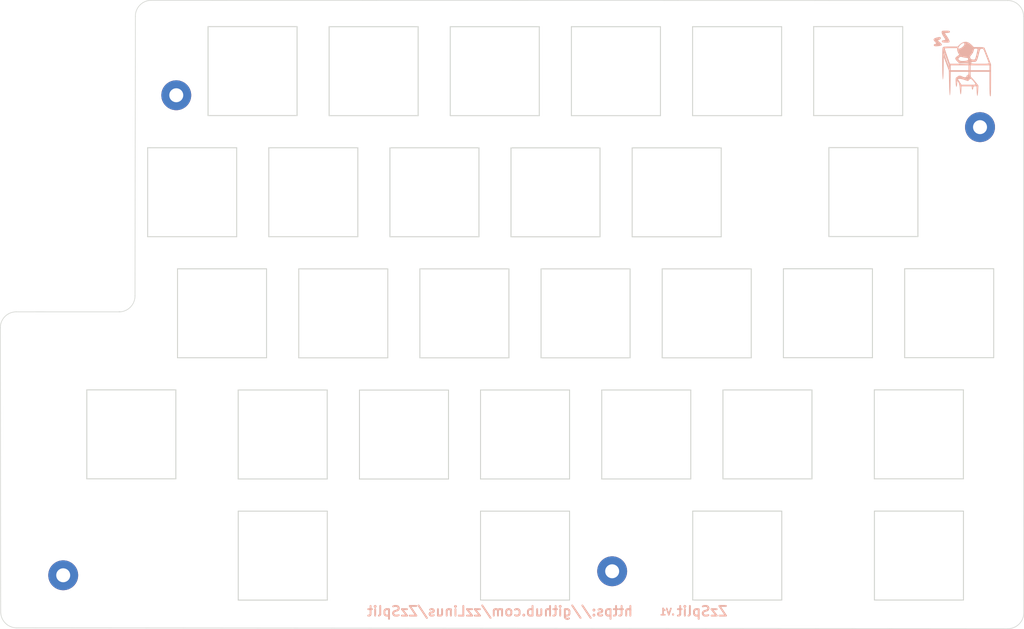
<source format=kicad_pcb>
(kicad_pcb (version 20211014) (generator pcbnew)
  (layers (0 "F.Cu" signal) (31 "B.Cu" signal) (34 "B.Paste" user) (35 "F.Paste" user) (36 "B.SilkS" user "B.Silkscreen") (37 "F.SilkS" user "F.Silkscreen") (38 "B.Mask" user) (39 "F.Mask" user) (44 "Edge.Cuts" user))
  (net 0 "")
  (footprint "SofleKeyboard-footprint:HOLE_M2_TH" (layer "F.Cu") (at 176.015 125.525)
    (fp_text reference "TH5" hide)
    (fp_text value "HOLE" hide)
    (pad "" thru_hole circle locked (at -0.025 -0.075 90) (size 4.7 4.7) (drill 2.2) (layers *.Cu *.Mask "Dwgs.User") (clearance 0.3))
  )
  (footprint "SofleKeyboard-footprint:HOLE_M2_TH" (layer "F.Cu") (at 107.465 50.605)
    (fp_text reference "TH5" hide)
    (fp_text value "HOLE" hide)
    (pad "" thru_hole circle locked (at -0.025 -0.075 90) (size 4.7 4.7) (drill 2.2) (layers *.Cu *.Mask "Dwgs.User") (clearance 0.3))
  )
  (footprint "SofleKeyboard-footprint:HOLE_M2_TH" (layer "F.Cu") (at 89.685 126.155)
    (fp_text reference "TH5" hide)
    (fp_text value "HOLE" hide)
    (pad "" thru_hole circle locked (at -0.025 -0.075 90) (size 4.7 4.7) (drill 2.2) (layers *.Cu *.Mask "Dwgs.User") (clearance 0.3))
  )
  (footprint "SofleKeyboard-footprint:HOLE_M2_TH" (layer "F.Cu") (at 233.865 55.625)
    (fp_text reference "TH5" hide)
    (fp_text value "HOLE" hide)
    (pad "" thru_hole circle locked (at -0.025 -0.075 90) (size 4.7 4.7) (drill 2.2) (layers *.Cu *.Mask "Dwgs.User") (clearance 0.3))
  )
  (footprint "logo:melogo" (layer "B.Cu") (at 231.6 45.57 180)
    (fp_text reference "ZzSplit      https://github.com/zzLinus/ZzSplit" (at 65.81 -86.17 180) (layer "B.SilkS") (effects (font (size 1.524 1.524) (thickness 0.3)) (justify mirror)))
    (fp_text value "LOGO" hide)
    (fp_poly (pts (xy 3.455836 5.204695) (xy 3.646913 5.188828) (xy 3.743141 5.145973) (xy 3.781761 5.062703) (xy 3.795033 4.968198) (xy 3.762767 4.733185) (xy 3.611161 4.42931) (xy 3.519867 4.290131) (xy 3.362275 4.052856) (xy 3.252843 3.871924) (xy 3.217334 3.793464) (xy 3.291434 3.747233) (xy 3.471898 3.711678) (xy 3.4925 3.709531) (xy 3.691798 3.663059) (xy 3.764529 3.557851) (xy 3.767667 3.513666) (xy 3.748606 3.421135) (xy 3.666753 3.366263) (xy 3.485099 3.33609) (xy 3.213746 3.319699) (xy 2.921156 3.315601) (xy 2.699055 3.329017) (xy 2.599912 3.354977) (xy 2.544407 3.477504) (xy 2.57921 3.663618) (xy 2.711955 3.935458) (xy 2.910003 4.25428) (xy 3.280006 4.81762) (xy 2.888836 4.842977) (xy 2.644975 4.87089) (xy 2.528522 4.926809) (xy 2.497709 5.031525) (xy 2.497667 5.037666) (xy 2.512665 5.124245) (xy 2.581053 5.175043) (xy 2.737921 5.199421) (xy 3.018363 5.206734) (xy 3.132667 5.207)) (layer "B.SilkS") (width 0) (fill solid))
    (fp_poly (pts (xy 0.304961 3.434152) (xy 0.700635 3.242919) (xy 0.939954 3.039379) (xy 1.27 2.709333) (xy 2.410021 2.709333) (xy 2.872488 2.707462) (xy 3.194293 2.699266) (xy 3.404089 2.680869) (xy 3.530532 2.648398) (xy 3.602273 2.597975) (xy 3.638991 2.54313) (xy 3.663394 2.415885) (xy 3.682485 2.152403) (xy 3.696467 1.778) (xy 3.705544 1.317991) (xy 3.709922 0.797692) (xy 3.709803 0.242418) (xy 3.705393 -0.322514) (xy 3.696895 -0.871789) (xy 3.684514 -1.380091) (xy 3.668453 -1.822105) (xy 3.648918 -2.172515) (xy 3.626112 -2.406005) (xy 3.600239 -2.49726) (xy 3.598334 -2.497667) (xy 3.567225 -2.414946) (xy 3.539707 -2.174519) (xy 3.516503 -1.787989) (xy 3.498338 -1.266959) (xy 3.487293 -0.719667) (xy 3.460918 1.058333) (xy 3.06617 0) (xy 2.671422 -1.058334) (xy 2.626878 -3.02708) (xy 2.606005 -3.751089) (xy 2.580765 -4.311238) (xy 2.552538 -4.706912) (xy 2.522701 -4.937497) (xy 2.492634 -5.002374) (xy 2.463715 -4.900931) (xy 2.437321 -4.632549) (xy 2.414833 -4.196615) (xy 2.397628 -3.592512) (xy 2.390214 -3.132771) (xy 2.367427 -1.27) (xy -0.423333 -1.27) (xy -0.423333 -1.514125) (xy -0.38143 -1.715205) (xy -0.243003 -1.805408) (xy -0.110924 -1.889682) (xy -0.113346 -1.984616) (xy -0.085115 -2.075544) (xy 0.053282 -2.11746) (xy 0.249743 -2.109762) (xy 0.452169 -2.051846) (xy 0.555318 -1.99236) (xy 0.767488 -1.894455) (xy 1.002559 -1.870437) (xy 1.19089 -1.922071) (xy 1.244626 -1.974885) (xy 1.378989 -2.099862) (xy 1.463817 -2.142834) (xy 1.536811 -2.18963) (xy 1.579461 -2.286911) (xy 1.597286 -2.469359) (xy 1.595805 -2.771654) (xy 1.590817 -2.940782) (xy 1.566131 -3.321877) (xy 1.526087 -3.561565) (xy 1.477186 -3.653935) (xy 1.425931 -3.593076) (xy 1.378826 -3.373076) (xy 1.354667 -3.155443) (xy 1.312334 -2.667) (xy 1.143 -2.963334) (xy 1.043666 -3.20094) (xy 0.976885 -3.525855) (xy 0.935172 -3.976284) (xy 0.931334 -4.043582) (xy 0.898119 -4.454037) (xy 0.854546 -4.717403) (xy 0.806533 -4.829457) (xy 0.760002 -4.785977) (xy 0.720873 -4.582742) (xy 0.695066 -4.215529) (xy 0.694939 -4.212167) (xy 0.670211 -3.556) (xy -0.920604 -3.556) (xy -0.947135 -3.831167) (xy -0.988026 -4.0186) (xy -1.051977 -4.105578) (xy -1.058333 -4.106334) (xy -1.123155 -4.032173) (xy -1.16733 -3.851586) (xy -1.169531 -3.831167) (xy -1.208126 -3.640151) (xy -1.306795 -3.566125) (xy -1.44152 -3.556) (xy -1.686979 -3.556) (xy -1.711323 -4.318469) (xy -1.731281 -4.668434) (xy -1.763497 -4.929355) (xy -1.803201 -5.067852) (xy -1.820333 -5.081499) (xy -1.86142 -5.002656) (xy -1.90089 -4.787747) (xy -1.933633 -4.470007) (xy -1.947333 -4.25553) (xy -1.989666 -3.429) (xy -1.817356 -3.214764) (xy -1.513681 -3.214764) (xy -1.442627 -3.274122) (xy -1.248135 -3.298814) (xy -0.91453 -3.303297) (xy -0.472949 -3.302) (xy 0.67237 -3.302) (xy 0.957256 -2.8575) (xy 1.242141 -2.413) (xy 0.992883 -2.385784) (xy 0.784726 -2.399807) (xy 0.487187 -2.463238) (xy 0.193192 -2.552887) (xy -0.35724 -2.747206) (xy -0.509691 -2.558936) (xy -0.670402 -2.409188) (xy -0.823969 -2.395238) (xy -1.001319 -2.523201) (xy -1.143 -2.684138) (xy -1.348191 -2.934229) (xy -1.476977 -3.106285) (xy -1.513681 -3.214764) (xy -1.817356 -3.214764) (xy -1.4898 -2.807508) (xy -1.259697 -2.53134) (xy -1.058681 -2.308018) (xy -0.91647 -2.16975) (xy -0.875967 -2.142283) (xy -0.796667 -2.023758) (xy -0.762974 -1.754558) (xy -0.762 -1.684275) (xy -0.762 -1.27) (xy -3.725333 -1.27) (xy -3.725333 -3.170003) (xy -3.727996 -3.83522) (xy -3.737003 -4.345963) (xy -3.753881 -4.717026) (xy -3.780157 -4.9632) (xy -3.817359 -5.099278) (xy -3.867012 -5.140052) (xy -3.925191 -5.105921) (xy -3.938977 -5.010579) (xy -3.951469 -4.767524) (xy -3.962203 -4.398373) (xy -3.970714 -3.924744) (xy -3.976538 -3.368255) (xy -3.979212 -2.750522) (xy -3.979333 -2.584793) (xy -3.979333 -1.016) (xy -3.725333 -1.016) (xy -0.762 -1.016) (xy -0.423333 -1.016) (xy 2.370667 -1.016) (xy 2.370667 -0.374555) (xy 2.624667 -0.374555) (xy 2.637044 -0.423976) (xy 2.677875 -0.369297) (xy 2.75271 -0.197333) (xy 2.867099 0.105098) (xy 3.026591 0.551178) (xy 3.087543 0.724935) (xy 3.228164 1.135563) (xy 3.342572 1.485973) (xy 3.421665 1.746958) (xy 3.456338 1.889309) (xy 3.455782 1.90644) (xy 3.42023 1.842009) (xy 3.341683 1.651434) (xy 3.232488 1.368605) (xy 3.104994 1.027411) (xy 2.971549 0.661741) (xy 2.844502 0.305486) (xy 2.736199 -0.007465) (xy 2.658991 -0.243222) (xy 2.625225 -0.367895) (xy 2.624667 -0.374555) (xy 2.370667 -0.374555) (xy 2.370667 -0.254) (xy -0.423333 -0.254) (xy -0.423333 -1.016) (xy -0.762 -1.016) (xy -0.762 -0.254) (xy -3.725333 -0.254) (xy -3.725333 -1.016) (xy -3.979333 -1.016) (xy -3.979333 -0.117808) (xy -3.896931 0.093574) (xy -3.614333 0.093574) (xy -3.578919 0.054278) (xy -3.477168 0.027789) (xy -3.286344 0.011619) (xy -2.98371 0.003277) (xy -2.546529 0.000276) (xy -2.252725 0) (xy -1.72019 0.00239) (xy -1.335614 0.010752) (xy -1.077673 0.026875) (xy -0.925045 0.052548) (xy -0.887358 0.072869) (xy -0.508 0.072869) (xy -0.427822 0.049468) (xy -0.205224 0.029252) (xy 0.132892 0.013513) (xy 0.559623 0.003546) (xy 0.994834 0.000579) (xy 2.497667 0.001159) (xy 2.900236 1.164746) (xy 3.043073 1.581835) (xy 3.163549 1.941692) (xy 3.251795 2.214208) (xy 3.297942 2.369272) (xy 3.302403 2.391833) (xy 3.223149 2.416834) (xy 3.00802 2.437201) (xy 2.690452 2.450754) (xy 2.328334 2.455333) (xy 1.354667 2.455333) (xy 1.354667 2.221179) (xy 1.313999 1.988159) (xy 1.214491 1.726878) (xy 1.198513 1.695859) (xy 1.04236 1.404694) (xy 1.296402 1.231514) (xy 1.551623 1.034267) (xy 1.657776 0.867686) (xy 1.619708 0.691832) (xy 1.442261 0.466766) (xy 1.395174 0.4172) (xy 1.058334 0.067981) (xy 0.275167 0.106859) (xy -0.065105 0.116468) (xy -0.330707 0.110109) (xy -0.484507 0.089394) (xy -0.508 0.072869) (xy -0.887358 0.072869) (xy -0.856406 0.089558) (xy -0.846666 0.117941) (xy -0.917684 0.252362) (xy -1.114788 0.299034) (xy -1.275366 0.282667) (xy -1.466712 0.276512) (xy -1.62082 0.351812) (xy -1.751359 0.528926) (xy -1.798283 0.645332) (xy -0.36168 0.645332) (xy -0.289556 0.544187) (xy -0.169333 0.49909) (xy 0.041569 0.462424) (xy 0.332789 0.437121) (xy 0.473711 0.431773) (xy 0.771943 0.445274) (xy 0.962218 0.510997) (xy 1.061038 0.595655) (xy 1.162315 0.724993) (xy 1.151523 0.821161) (xy 1.035992 0.948971) (xy 0.900437 1.060929) (xy 0.762297 1.086535) (xy 0.547085 1.03766) (xy 0.523509 1.030649) (xy 0.234229 0.964387) (xy -0.04094 0.931978) (xy -0.073323 0.931333) (xy -0.260839 0.907544) (xy -0.350672 0.849964) (xy -0.351366 0.846666) (xy -0.36168 0.645332) (xy -1.798283 0.645332) (xy -1.872003 0.828214) (xy -1.996423 1.270039) (xy -2.03007 1.406601) (xy -2.128447 1.806642) (xy -2.202591 2.071116) (xy -2.267183 2.229254) (xy -2.328958 2.301056) (xy -1.847393 2.301056) (xy -1.827329 2.156766) (xy -1.82542 2.149122) (xy -1.768719 1.895866) (xy -1.723814 1.662289) (xy -1.668779 1.412496) (xy -1.586859 1.109106) (xy -1.558072 1.01381) (xy -1.478422 0.783094) (xy -1.397022 0.675178) (xy -1.263996 0.650513) (xy -1.113841 0.661566) (xy -0.87857 0.709973) (xy -0.75223 0.82012) (xy -0.712175 0.908093) (xy -0.682475 1.063094) (xy -0.736631 1.208126) (xy -0.897123 1.400695) (xy -0.910122 1.414485) (xy -1.143781 1.750504) (xy -1.238444 2.037982) (xy -1.284848 2.252365) (xy -1.365057 2.346911) (xy -1.529927 2.370255) (xy -1.586333 2.370666) (xy -1.780797 2.359628) (xy -1.847393 2.301056) (xy -2.328958 2.301056) (xy -2.336904 2.310292) (xy -2.426437 2.34346) (xy -2.505648 2.353541) (xy -2.610148 2.358692) (xy -2.692607 2.333679) (xy -2.768762 2.253916) (xy -2.85435 2.09482) (xy -2.965107 1.831805) (xy -3.116772 1.440289) (xy -3.156017 1.337541) (xy -3.309093 0.935815) (xy -3.443334 0.582114) (xy -3.545504 0.31141) (xy -3.602367 0.158677) (xy -3.606148 0.148166) (xy -3.614333 0.093574) (xy -3.896931 0.093574) (xy -3.480292 1.162352) (xy -3.308222 1.600596) (xy -3.154669 1.985778) (xy -3.031301 2.289083) (xy -2.949787 2.481696) (xy -2.924962 2.533589) (xy -2.814607 2.577493) (xy -2.563264 2.608501) (xy -2.198987 2.623651) (xy -2.061784 2.624666) (xy -1.254896 2.624667) (xy -0.889871 3.00025) (xy -0.811586 3.062639) (xy 0.218748 3.062639) (xy 0.284733 2.901099) (xy 0.412827 2.736002) (xy 0.602418 2.57981) (xy 0.813875 2.453079) (xy 1.007569 2.376362) (xy 1.143869 2.370213) (xy 1.185017 2.434166) (xy 1.124667 2.605772) (xy 0.974981 2.824236) (xy 0.781069 3.033471) (xy 0.588044 3.177388) (xy 0.586683 3.178094) (xy 0.350894 3.261255) (xy 0.224903 3.2197) (xy 0.218748 3.062639) (xy -0.811586 3.062639) (xy -0.497871 3.312655) (xy -0.097068 3.457344)) (layer "B.SilkS") (width 0) (fill solid))
    (fp_poly (pts (xy 4.252698 4.195565) (xy 4.544558 4.134646) (xy 4.879146 4.022368) (xy 5.048686 3.884727) (xy 5.056409 3.715205) (xy 4.905549 3.507283) (xy 4.871855 3.474641) (xy 4.70334 3.294272) (xy 4.673693 3.186457) (xy 4.781384 3.129078) (xy 4.847167 3.117388) (xy 5.00645 3.033278) (xy 5.037667 2.921) (xy 4.988988 2.804631) (xy 4.830969 2.745613) (xy 4.54564 2.741166) (xy 4.149424 2.78369) (xy 3.874383 2.850876) (xy 3.758868 2.958848) (xy 3.802051 3.114705) (xy 4.003098 3.325546) (xy 4.078643 3.388253) (xy 4.279557 3.554462) (xy 4.361036 3.646537) (xy 4.337248 3.694381) (xy 4.237835 3.72427) (xy 4.034359 3.820999) (xy 3.919651 3.967846) (xy 3.924373 4.118103) (xy 3.953794 4.156994) (xy 4.059995 4.204553)) (layer "B.SilkS") (width 0) (fill solid))
  )
  (gr_line (start 174.08 58.81) (end 174.08 72.81) (layer "Edge.Cuts") (width 0.15))
  (gr_line (start 117.18 96.92) (end 131.18 96.92) (layer "Edge.Cuts") (width 0.15))
  (gr_line (start 117.18 110.92) (end 131.18 110.92) (layer "Edge.Cuts") (width 0.15))
  (gr_line (start 145.48 39.74) (end 145.48 53.74) (layer "Edge.Cuts") (width 0.15))
  (gr_line (start 193.41 110.91) (end 193.41 96.91) (layer "Edge.Cuts") (width 0.15))
  (gr_line (start 160.08 58.81) (end 174.08 58.81) (layer "Edge.Cuts") (width 0.15))
  (gr_line (start 135.99 58.79) (end 135.99 72.79) (layer "Edge.Cuts") (width 0.15))
  (gr_line (start 221.99 91.83) (end 235.99 91.83) (layer "Edge.Cuts") (width 0.15))
  (gr_line (start 117.18 110.92) (end 117.18 96.92) (layer "Edge.Cuts") (width 0.15))
  (gr_line (start 93.37 110.9) (end 93.37 96.9) (layer "Edge.Cuts") (width 0.15))
  (gr_line (start 150.53 39.74) (end 164.53 39.74) (layer "Edge.Cuts") (width 0.15))
  (gr_line (start 216.92 77.84) (end 216.92 91.84) (layer "Edge.Cuts") (width 0.15))
  (gr_line (start 131.19 115.99) (end 131.19 129.99) (layer "Edge.Cuts") (width 0.15))
  (gr_line (start 224.07 58.77) (end 224.07 72.77) (layer "Edge.Cuts") (width 0.15))
  (gr_line (start 221.99 77.83) (end 235.99 77.83) (layer "Edge.Cuts") (width 0.15))
  (gr_line (start 155.04 58.8) (end 155.04 72.8) (layer "Edge.Cuts") (width 0.15))
  (gr_line (start 160.08 72.81) (end 160.08 58.81) (layer "Edge.Cuts") (width 0.15))
  (gr_line (start 141.04 72.8) (end 141.04 58.8) (layer "Edge.Cuts") (width 0.15))
  (gr_line (start 121.99 58.79) (end 135.99 58.79) (layer "Edge.Cuts") (width 0.15))
  (gr_arc (start 100.951293 82.115759) (mid 100.212564 83.894159) (end 98.431213 84.625739) (layer "Edge.Cuts") (width 0.1))
  (gr_line (start 179.14 72.81) (end 179.14 58.81) (layer "Edge.Cuts") (width 0.15))
  (gr_arc (start 240.724 131.98) (mid 239.985271 133.758398) (end 238.20392 134.48998) (layer "Edge.Cuts") (width 0.1))
  (gr_line (start 202.92 91.84) (end 216.92 91.84) (layer "Edge.Cuts") (width 0.15))
  (gr_line (start 107.37 96.9) (end 107.37 110.9) (layer "Edge.Cuts") (width 0.15))
  (gr_line (start 126.7 77.86) (end 140.7 77.86) (layer "Edge.Cuts") (width 0.15))
  (gr_line (start 188.66 129.98) (end 202.66 129.98) (layer "Edge.Cuts") (width 0.15))
  (gr_line (start 155.29 96.92) (end 169.29 96.92) (layer "Edge.Cuts") (width 0.15))
  (gr_line (start 121.99 72.79) (end 121.99 58.79) (layer "Edge.Cuts") (width 0.15))
  (gr_line (start 169.58 53.74) (end 169.58 39.74) (layer "Edge.Cuts") (width 0.15))
  (gr_line (start 126.7 91.86) (end 140.7 91.86) (layer "Edge.Cuts") (width 0.15))
  (gr_line (start 136.25 110.93) (end 136.25 96.93) (layer "Edge.Cuts") (width 0.15))
  (gr_line (start 217.22 96.9) (end 231.22 96.9) (layer "Edge.Cuts") (width 0.15))
  (gr_line (start 141.04 72.8) (end 155.04 72.8) (layer "Edge.Cuts") (width 0.15))
  (gr_line (start 202.66 115.98) (end 202.66 129.98) (layer "Edge.Cuts") (width 0.15))
  (gr_line (start 164.81 91.86) (end 178.81 91.86) (layer "Edge.Cuts") (width 0.15))
  (gr_line (start 136.25 110.93) (end 150.25 110.93) (layer "Edge.Cuts") (width 0.15))
  (gr_line (start 193.14 58.81) (end 193.14 72.81) (layer "Edge.Cuts") (width 0.15))
  (gr_line (start 183.86 91.86) (end 183.86 77.86) (layer "Edge.Cuts") (width 0.15))
  (gr_line (start 121.99 72.79) (end 135.99 72.79) (layer "Edge.Cuts") (width 0.15))
  (gr_line (start 126.44 39.73) (end 126.44 53.73) (layer "Edge.Cuts") (width 0.15))
  (gr_line (start 210.07 58.77) (end 224.07 58.77) (layer "Edge.Cuts") (width 0.15))
  (gr_line (start 202.64 39.74) (end 202.64 53.74) (layer "Edge.Cuts") (width 0.15))
  (gr_line (start 131.18 96.92) (end 131.18 110.92) (layer "Edge.Cuts") (width 0.15))
  (gr_line (start 101.01 38.09) (end 100.951293 82.115759) (layer "Edge.Cuts") (width 0.1))
  (gr_line (start 183.86 91.86) (end 197.86 91.86) (layer "Edge.Cuts") (width 0.15))
  (gr_line (start 210.07 72.77) (end 224.07 72.77) (layer "Edge.Cuts") (width 0.15))
  (gr_line (start 169.58 39.74) (end 183.58 39.74) (layer "Edge.Cuts") (width 0.15))
  (gr_arc (start 79.77 87.12) (mid 80.502233 85.352233) (end 82.27 84.62) (layer "Edge.Cuts") (width 0.1))
  (gr_line (start 193.41 110.91) (end 207.41 110.91) (layer "Edge.Cuts") (width 0.15))
  (gr_line (start 155.29 110.92) (end 169.29 110.92) (layer "Edge.Cuts") (width 0.15))
  (gr_line (start 188.66 129.98) (end 188.66 115.98) (layer "Edge.Cuts") (width 0.15))
  (gr_line (start 131.48 53.74) (end 145.48 53.74) (layer "Edge.Cuts") (width 0.15))
  (gr_line (start 188.35 96.92) (end 188.35 110.92) (layer "Edge.Cuts") (width 0.15))
  (gr_line (start 221.68 39.73) (end 221.68 53.73) (layer "Edge.Cuts") (width 0.15))
  (gr_line (start 193.41 96.91) (end 207.41 96.91) (layer "Edge.Cuts") (width 0.15))
  (gr_arc (start 101.01 38.09) (mid 101.742233 36.322233) (end 103.51 35.59) (layer "Edge.Cuts") (width 0.1))
  (gr_line (start 102.94 72.79) (end 102.94 58.79) (layer "Edge.Cuts") (width 0.15))
  (gr_line (start 207.68 39.73) (end 221.68 39.73) (layer "Edge.Cuts") (width 0.15))
  (gr_line (start 126.7 91.86) (end 126.7 77.86) (layer "Edge.Cuts") (width 0.15))
  (gr_line (start 164.53 39.74) (end 164.53 53.74) (layer "Edge.Cuts") (width 0.15))
  (gr_line (start 155.29 129.99) (end 155.29 115.99) (layer "Edge.Cuts") (width 0.15))
  (gr_line (start 131.48 53.74) (end 131.48 39.74) (layer "Edge.Cuts") (width 0.15))
  (gr_line (start 140.7 77.86) (end 140.7 91.86) (layer "Edge.Cuts") (width 0.15))
  (gr_line (start 207.68 53.73) (end 221.68 53.73) (layer "Edge.Cuts") (width 0.15))
  (gr_line (start 117.19 129.99) (end 117.19 115.99) (layer "Edge.Cuts") (width 0.15))
  (gr_line (start 174.35 96.92) (end 188.35 96.92) (layer "Edge.Cuts") (width 0.15))
  (gr_line (start 221.99 91.83) (end 221.99 77.83) (layer "Edge.Cuts") (width 0.15))
  (gr_line (start 202.92 77.84) (end 216.92 77.84) (layer "Edge.Cuts") (width 0.15))
  (gr_line (start 231.23 115.98) (end 231.23 129.98) (layer "Edge.Cuts") (width 0.15))
  (gr_line (start 145.75 91.86) (end 145.75 77.86) (layer "Edge.Cuts") (width 0.15))
  (gr_line (start 179.14 58.81) (end 193.14 58.81) (layer "Edge.Cuts") (width 0.15))
  (gr_line (start 207.41 96.91) (end 207.41 110.91) (layer "Edge.Cuts") (width 0.15))
  (gr_line (start 150.53 53.74) (end 164.53 53.74) (layer "Edge.Cuts") (width 0.15))
  (gr_line (start 93.37 110.9) (end 107.37 110.9) (layer "Edge.Cuts") (width 0.15))
  (gr_line (start 155.29 110.92) (end 155.29 96.92) (layer "Edge.Cuts") (width 0.15))
  (gr_line (start 183.86 77.86) (end 197.86 77.86) (layer "Edge.Cuts") (width 0.15))
  (gr_line (start 197.86 77.86) (end 197.86 91.86) (layer "Edge.Cuts") (width 0.15))
  (gr_line (start 102.94 58.79) (end 116.94 58.79) (layer "Edge.Cuts") (width 0.15))
  (gr_line (start 112.44 53.73) (end 126.44 53.73) (layer "Edge.Cuts") (width 0.15))
  (gr_line (start 150.25 96.93) (end 150.25 110.93) (layer "Edge.Cuts") (width 0.15))
  (gr_line (start 217.23 129.98) (end 217.23 115.98) (layer "Edge.Cuts") (width 0.15))
  (gr_line (start 136.25 96.93) (end 150.25 96.93) (layer "Edge.Cuts") (width 0.15))
  (gr_line (start 145.75 91.86) (end 159.75 91.86) (layer "Edge.Cuts") (width 0.15))
  (gr_line (start 93.37 96.9) (end 107.37 96.9) (layer "Edge.Cuts") (width 0.15))
  (gr_line (start 188.64 53.74) (end 188.64 39.74) (layer "Edge.Cuts") (width 0.15))
  (gr_line (start 169.29 96.92) (end 169.29 110.92) (layer "Edge.Cuts") (width 0.15))
  (gr_line (start 79.774 87.11) (end 79.834 131.85) (layer "Edge.Cuts") (width 0.1))
  (gr_line (start 155.29 129.99) (end 169.29 129.99) (layer "Edge.Cuts") (width 0.15))
  (gr_line (start 210.07 58.77) (end 210.07 72.77) (layer "Edge.Cuts") (width 0.15))
  (gr_line (start 174.35 110.92) (end 188.35 110.92) (layer "Edge.Cuts") (width 0.15))
  (gr_line (start 160.08 72.81) (end 174.08 72.81) (layer "Edge.Cuts") (width 0.15))
  (gr_line (start 217.22 110.9) (end 231.22 110.9) (layer "Edge.Cuts") (width 0.15))
  (gr_line (start 240.694019 38.12) (end 240.724 131.98) (layer "Edge.Cuts") (width 0.1))
  (gr_line (start 188.66 115.98) (end 202.66 115.98) (layer "Edge.Cuts") (width 0.15))
  (gr_line (start 107.64 91.85) (end 107.64 77.85) (layer "Edge.Cuts") (width 0.15))
  (gr_line (start 150.53 53.74) (end 150.53 39.74) (layer "Edge.Cuts") (width 0.15))
  (gr_line (start 116.94 58.79) (end 116.94 72.79) (layer "Edge.Cuts") (width 0.15))
  (gr_line (start 82.27 84.62) (end 98.591213 84.625739) (layer "Edge.Cuts") (width 0.1))
  (gr_line (start 217.22 110.9) (end 217.22 96.9) (layer "Edge.Cuts") (width 0.15))
  (gr_line (start 188.64 39.74) (end 202.64 39.74) (layer "Edge.Cuts") (width 0.15))
  (gr_line (start 231.22 96.9) (end 231.22 110.9) (layer "Edge.Cuts") (width 0.15))
  (gr_line (start 112.44 53.73) (end 112.44 39.73) (layer "Edge.Cuts") (width 0.15))
  (gr_line (start 188.64 53.74) (end 202.64 53.74) (layer "Edge.Cuts") (width 0.15))
  (gr_arc (start 238.204 35.620001) (mid 239.965312 36.355759) (end 240.694019 38.12) (layer "Edge.Cuts") (width 0.1))
  (gr_line (start 102.94 72.79) (end 116.94 72.79) (layer "Edge.Cuts") (width 0.15))
  (gr_line (start 112.44 39.73) (end 126.44 39.73) (layer "Edge.Cuts") (width 0.15))
  (gr_line (start 117.19 129.99) (end 131.19 129.99) (layer "Edge.Cuts") (width 0.15))
  (gr_line (start 164.81 77.86) (end 178.81 77.86) (layer "Edge.Cuts") (width 0.15))
  (gr_line (start 159.75 77.86) (end 159.75 91.86) (layer "Edge.Cuts") (width 0.15))
  (gr_line (start 155.29 115.99) (end 169.29 115.99) (layer "Edge.Cuts") (width 0.15))
  (gr_line (start 202.92 91.84) (end 202.92 77.84) (layer "Edge.Cuts") (width 0.15))
  (gr_line (start 169.58 53.74) (end 183.58 53.74) (layer "Edge.Cuts") (width 0.15))
  (gr_line (start 179.14 72.81) (end 193.14 72.81) (layer "Edge.Cuts") (width 0.15))
  (gr_line (start 178.81 77.86) (end 178.81 91.86) (layer "Edge.Cuts") (width 0.15))
  (gr_line (start 164.81 91.86) (end 164.81 77.86) (layer "Edge.Cuts") (width 0.15))
  (gr_line (start 235.99 77.83) (end 235.99 91.83) (layer "Edge.Cuts") (width 0.15))
  (gr_line (start 117.19 115.99) (end 131.19 115.99) (layer "Edge.Cuts") (width 0.15))
  (gr_line (start 103.51 35.59) (end 238.204 35.620001) (layer "Edge.Cuts") (width 0.1))
  (gr_line (start 107.64 91.85) (end 121.64 91.85) (layer "Edge.Cuts") (width 0.15))
  (gr_line (start 183.58 39.74) (end 183.58 53.74) (layer "Edge.Cuts") (width 0.15))
  (gr_line (start 169.29 115.99) (end 169.29 129.99) (layer "Edge.Cuts") (width 0.15))
  (gr_line (start 131.48 39.74) (end 145.48 39.74) (layer "Edge.Cuts") (width 0.15))
  (gr_line (start 145.75 77.86) (end 159.75 77.86) (layer "Edge.Cuts") (width 0.15))
  (gr_line (start 141.04 58.8) (end 155.04 58.8) (layer "Edge.Cuts") (width 0.15))
  (gr_line (start 121.64 77.85) (end 121.64 91.85) (layer "Edge.Cuts") (width 0.15))
  (gr_line (start 107.64 77.85) (end 121.64 77.85) (layer "Edge.Cuts") (width 0.15))
  (gr_line (start 207.68 53.73) (end 207.68 39.73) (layer "Edge.Cuts") (width 0.15))
  (gr_line (start 217.23 129.98) (end 231.23 129.98) (layer "Edge.Cuts") (width 0.15))
  (gr_line (start 174.35 110.92) (end 174.35 96.92) (layer "Edge.Cuts") (width 0.15))
  (gr_line (start 238.20392 134.48998) (end 82.334 134.35) (layer "Edge.Cuts") (width 0.1))
  (gr_arc (start 82.334 134.35) (mid 80.566233 133.617767) (end 79.834 131.85) (layer "Edge.Cuts") (width 0.1))
  (gr_line (start 217.23 115.98) (end 231.23 115.98) (layer "Edge.Cuts") (width 0.15))
  (gr_text ".V1" (at 184.66 131.85) (layer "B.SilkS") (effects (font (size 1 1) (thickness 0.25)) (justify mirror)))
)
</source>
